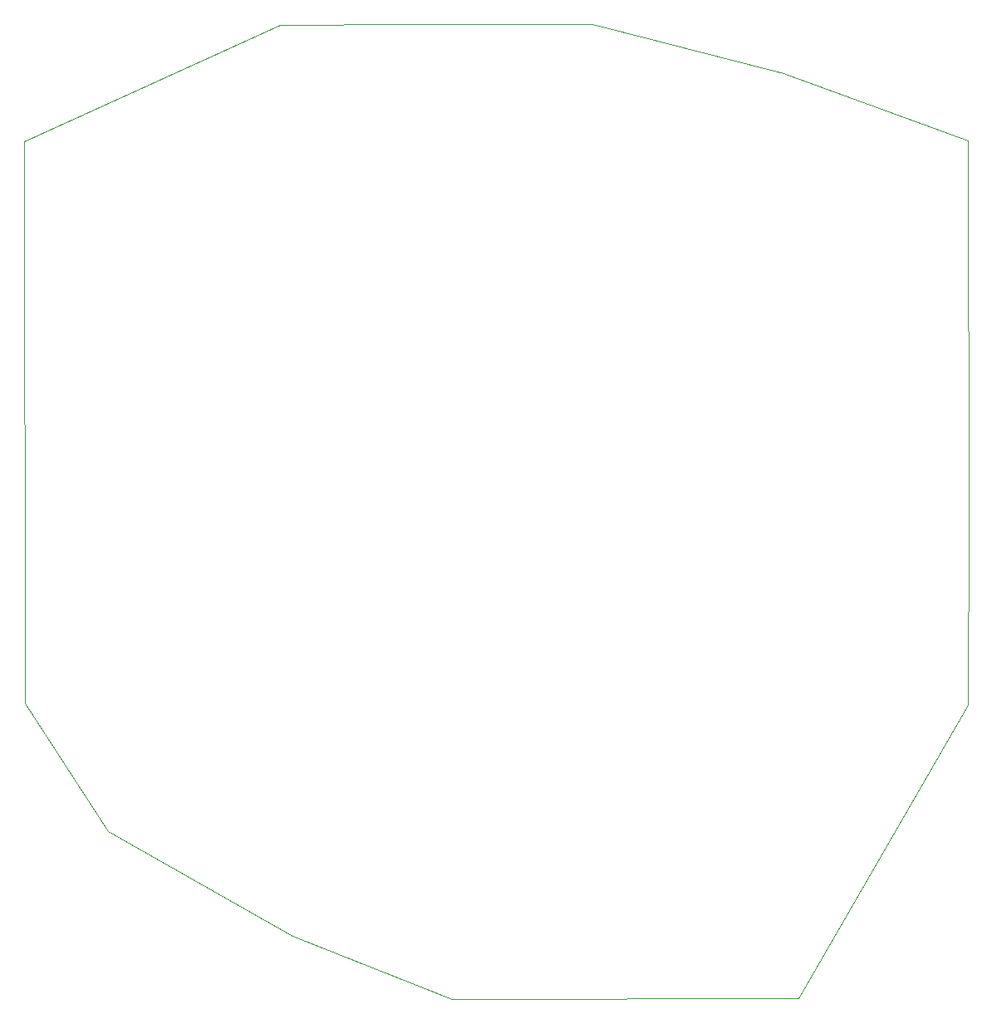
<source format=gbr>
%TF.GenerationSoftware,KiCad,Pcbnew,7.0.9-7.0.9~ubuntu22.04.1*%
%TF.CreationDate,2023-11-28T13:06:28+03:00*%
%TF.ProjectId,Keeb,4b656562-2e6b-4696-9361-645f70636258,rev?*%
%TF.SameCoordinates,Original*%
%TF.FileFunction,Profile,NP*%
%FSLAX46Y46*%
G04 Gerber Fmt 4.6, Leading zero omitted, Abs format (unit mm)*
G04 Created by KiCad (PCBNEW 7.0.9-7.0.9~ubuntu22.04.1) date 2023-11-28 13:06:28*
%MOMM*%
%LPD*%
G01*
G04 APERTURE LIST*
%TA.AperFunction,Profile*%
%ADD10C,0.050000*%
%TD*%
G04 APERTURE END LIST*
D10*
X178930000Y-38860000D02*
X179000000Y-38860000D01*
X198000000Y-45820000D01*
X198100000Y-84360000D01*
X198050000Y-103280000D01*
X180760000Y-133190000D01*
X145440000Y-133270000D01*
X129220000Y-126780000D01*
X110430000Y-116120000D01*
X101900000Y-103092944D01*
X101830000Y-45872944D01*
X127890000Y-33990000D01*
X140760000Y-33962944D01*
X159760000Y-33962944D01*
X178930000Y-38860000D01*
M02*

</source>
